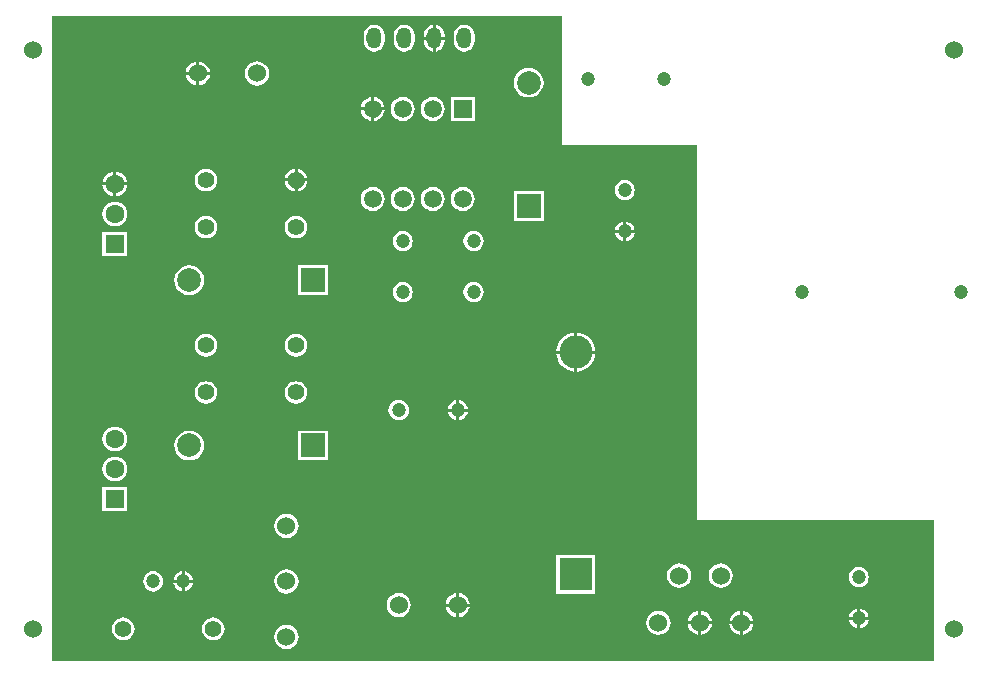
<source format=gbl>
%FSTAX23Y23*%
%MOIN*%
%SFA1B1*%

%IPPOS*%
%ADD14C,0.010000*%
%ADD33C,0.027000*%
%ADD34C,0.055000*%
%ADD35C,0.047240*%
%ADD36R,0.078740X0.078740*%
%ADD37C,0.078740*%
%ADD38C,0.110240*%
%ADD39R,0.110240X0.110240*%
%ADD40C,0.055120*%
%ADD41R,0.078740X0.078740*%
%ADD42C,0.059060*%
%ADD43R,0.059060X0.059060*%
%ADD44O,0.050000X0.070000*%
%ADD45C,0.060000*%
%ADD46C,0.062990*%
%ADD47R,0.062990X0.062990*%
%LNpcb1-1*%
%LPD*%
G36*
X02Y0175D02*
X0245D01*
Y005*
X0324*
Y0003*
X003*
Y0218*
X02*
Y0175*
G37*
%LNpcb1-2*%
%LPC*%
G36*
X01579Y0215D02*
Y02111D01*
X0161*
Y02116*
X01608Y02125*
X01605Y02133*
X01599Y02141*
X01592Y02146*
X01583Y0215*
X01579Y0215*
G37*
G36*
X01569D02*
X01565Y0215D01*
X01557Y02146*
X01549Y02141*
X01544Y02133*
X0154Y02125*
X01539Y02116*
Y02111*
X01569*
Y0215*
G37*
G36*
X0161Y02101D02*
X01579D01*
Y02061*
X01583Y02062*
X01592Y02065*
X01599Y02071*
X01605Y02078*
X01608Y02087*
X0161Y02096*
Y02101*
G37*
G36*
X01569D02*
X01539D01*
Y02096*
X0154Y02087*
X01544Y02078*
X01549Y02071*
X01557Y02065*
X01565Y02062*
X01569Y02061*
Y02101*
G37*
G36*
X01674Y02151D02*
X01665Y0215D01*
X01657Y02146*
X01649Y02141*
X01644Y02133*
X0164Y02125*
X01639Y02116*
Y02096*
X0164Y02087*
X01644Y02078*
X01649Y02071*
X01657Y02065*
X01665Y02062*
X01674Y02061*
X01683Y02062*
X01692Y02065*
X01699Y02071*
X01705Y02078*
X01708Y02087*
X0171Y02096*
Y02116*
X01708Y02125*
X01705Y02133*
X01699Y02141*
X01692Y02146*
X01683Y0215*
X01674Y02151*
G37*
G36*
X01474D02*
X01465Y0215D01*
X01457Y02146*
X01449Y02141*
X01444Y02133*
X0144Y02125*
X01439Y02116*
Y02096*
X0144Y02087*
X01444Y02078*
X01449Y02071*
X01457Y02065*
X01465Y02062*
X01474Y02061*
X01483Y02062*
X01492Y02065*
X01499Y02071*
X01505Y02078*
X01508Y02087*
X0151Y02096*
Y02116*
X01508Y02125*
X01505Y02133*
X01499Y02141*
X01492Y02146*
X01483Y0215*
X01474Y02151*
G37*
G36*
X01374D02*
X01365Y0215D01*
X01357Y02146*
X01349Y02141*
X01344Y02133*
X0134Y02125*
X01339Y02116*
Y02096*
X0134Y02087*
X01344Y02078*
X01349Y02071*
X01357Y02065*
X01365Y02062*
X01374Y02061*
X01383Y02062*
X01392Y02065*
X01399Y02071*
X01405Y02078*
X01408Y02087*
X0141Y02096*
Y02116*
X01408Y02125*
X01405Y02133*
X01399Y02141*
X01392Y02146*
X01383Y0215*
X01374Y02151*
G37*
G36*
X00792Y02027D02*
Y01993D01*
X00827*
X00826Y01998*
X00822Y02008*
X00815Y02016*
X00807Y02023*
X00797Y02027*
X00792Y02027*
G37*
G36*
X00782D02*
X00776Y02027D01*
X00767Y02023*
X00758Y02016*
X00752Y02008*
X00748Y01998*
X00747Y01993*
X00782*
Y02027*
G37*
G36*
X00827Y01983D02*
X00792D01*
Y01948*
X00797Y01949*
X00807Y01953*
X00815Y01959*
X00822Y01968*
X00826Y01977*
X00827Y01983*
G37*
G36*
X00782D02*
X00747D01*
X00748Y01977*
X00752Y01968*
X00758Y01959*
X00767Y01953*
X00776Y01949*
X00782Y01948*
Y01983*
G37*
G36*
X00984Y02028D02*
X00973Y02027D01*
X00964Y02023*
X00955Y02016*
X00949Y02008*
X00945Y01998*
X00943Y01988*
X00945Y01977*
X00949Y01968*
X00955Y01959*
X00964Y01953*
X00973Y01949*
X00984Y01947*
X00994Y01949*
X01004Y01953*
X01012Y01959*
X01019Y01968*
X01023Y01977*
X01024Y01988*
X01023Y01998*
X01019Y02008*
X01012Y02016*
X01004Y02023*
X00994Y02027*
X00984Y02028*
G37*
G36*
X01889Y02007D02*
X01876Y02005D01*
X01864Y02001*
X01854Y01993*
X01846Y01982*
X01841Y0197*
X01839Y01957*
X01841Y01944*
X01846Y01932*
X01854Y01922*
X01864Y01914*
X01876Y01909*
X01889Y01908*
X01902Y01909*
X01914Y01914*
X01924Y01922*
X01932Y01932*
X01937Y01944*
X01939Y01957*
X01937Y0197*
X01932Y01982*
X01924Y01993*
X01914Y02001*
X01902Y02005*
X01889Y02007*
G37*
G36*
X01375Y01909D02*
Y01875D01*
X01409*
X01408Y0188*
X01404Y01889*
X01398Y01898*
X01389Y01904*
X0138Y01908*
X01375Y01909*
G37*
G36*
X01365D02*
X01359Y01908D01*
X0135Y01904*
X01341Y01898*
X01335Y01889*
X01331Y0188*
X0133Y01875*
X01365*
Y01909*
G37*
G36*
X01409Y01865D02*
X01375D01*
Y0183*
X0138Y01831*
X01389Y01835*
X01398Y01841*
X01404Y0185*
X01408Y01859*
X01409Y01865*
G37*
G36*
X01365D02*
X0133D01*
X01331Y01859*
X01335Y0185*
X01341Y01841*
X0135Y01835*
X01359Y01831*
X01365Y0183*
Y01865*
G37*
G36*
X01709Y01909D02*
X0163D01*
Y0183*
X01709*
Y01909*
G37*
G36*
X0157Y01909D02*
X01559Y01908D01*
X0155Y01904*
X01541Y01898*
X01535Y01889*
X01531Y0188*
X0153Y0187*
X01531Y01859*
X01535Y0185*
X01541Y01841*
X0155Y01835*
X01559Y01831*
X0157Y0183*
X0158Y01831*
X01589Y01835*
X01598Y01841*
X01604Y0185*
X01608Y01859*
X01609Y0187*
X01608Y0188*
X01604Y01889*
X01598Y01898*
X01589Y01904*
X0158Y01908*
X0157Y01909*
G37*
G36*
X0147D02*
X01459Y01908D01*
X0145Y01904*
X01441Y01898*
X01435Y01889*
X01431Y0188*
X0143Y0187*
X01431Y01859*
X01435Y0185*
X01441Y01841*
X0145Y01835*
X01459Y01831*
X0147Y0183*
X0148Y01831*
X01489Y01835*
X01498Y01841*
X01504Y0185*
X01508Y01859*
X01509Y0187*
X01508Y0188*
X01504Y01889*
X01498Y01898*
X01489Y01904*
X0148Y01908*
X0147Y01909*
G37*
G36*
X01119Y01671D02*
Y01638D01*
X01151*
X01151Y01643*
X01147Y01652*
X01141Y0166*
X01133Y01666*
X01124Y0167*
X01119Y01671*
G37*
G36*
X01109D02*
X01104Y0167D01*
X01095Y01666*
X01087Y0166*
X01081Y01652*
X01077Y01643*
X01077Y01638*
X01109*
Y01671*
G37*
G36*
X00515Y01661D02*
Y01625D01*
X00551*
X0055Y0163*
X00546Y0164*
X00539Y01649*
X0053Y01656*
X0052Y0166*
X00515Y01661*
G37*
G36*
X00505D02*
X00499Y0166D01*
X00489Y01656*
X0048Y01649*
X00473Y0164*
X00469Y0163*
X00468Y01625*
X00505*
Y01661*
G37*
G36*
X01151Y01628D02*
X01119D01*
Y01596*
X01124Y01597*
X01133Y01601*
X01141Y01607*
X01147Y01614*
X01151Y01624*
X01151Y01628*
G37*
G36*
X01109D02*
X01077D01*
X01077Y01624*
X01081Y01614*
X01087Y01607*
X01095Y01601*
X01104Y01597*
X01109Y01596*
Y01628*
G37*
G36*
X00814Y01671D02*
X00804Y0167D01*
X00795Y01666*
X00787Y0166*
X00781Y01652*
X00777Y01643*
X00776Y01633*
X00777Y01624*
X00781Y01614*
X00787Y01607*
X00795Y01601*
X00804Y01597*
X00814Y01595*
X00824Y01597*
X00833Y01601*
X00841Y01607*
X00847Y01614*
X00851Y01624*
X00852Y01633*
X00851Y01643*
X00847Y01652*
X00841Y0166*
X00833Y01666*
X00824Y0167*
X00814Y01671*
G37*
G36*
X00551Y01615D02*
X00515D01*
Y01578*
X0052Y01579*
X0053Y01583*
X00539Y0159*
X00546Y01599*
X0055Y01609*
X00551Y01615*
G37*
G36*
X00505D02*
X00468D01*
X00469Y01609*
X00473Y01599*
X0048Y0159*
X00489Y01583*
X00499Y01579*
X00505Y01578*
Y01615*
G37*
G36*
X0221Y01633D02*
X02201Y01632D01*
X02193Y01629*
X02186Y01623*
X0218Y01616*
X02177Y01608*
X02176Y016*
X02177Y01591*
X0218Y01583*
X02186Y01576*
X02193Y0157*
X02201Y01567*
X0221Y01566*
X02218Y01567*
X02226Y0157*
X02233Y01576*
X02239Y01583*
X02242Y01591*
X02243Y016*
X02242Y01608*
X02239Y01616*
X02233Y01623*
X02226Y01629*
X02218Y01632*
X0221Y01633*
G37*
G36*
X0167Y01609D02*
X01659Y01608D01*
X0165Y01604*
X01641Y01598*
X01635Y01589*
X01631Y0158*
X0163Y0157*
X01631Y01559*
X01635Y0155*
X01641Y01541*
X0165Y01535*
X01659Y01531*
X0167Y0153*
X0168Y01531*
X01689Y01535*
X01698Y01541*
X01704Y0155*
X01708Y01559*
X01709Y0157*
X01708Y0158*
X01704Y01589*
X01698Y01598*
X01689Y01604*
X0168Y01608*
X0167Y01609*
G37*
G36*
X0157D02*
X01559Y01608D01*
X0155Y01604*
X01541Y01598*
X01535Y01589*
X01531Y0158*
X0153Y0157*
X01531Y01559*
X01535Y0155*
X01541Y01541*
X0155Y01535*
X01559Y01531*
X0157Y0153*
X0158Y01531*
X01589Y01535*
X01598Y01541*
X01604Y0155*
X01608Y01559*
X01609Y0157*
X01608Y0158*
X01604Y01589*
X01598Y01598*
X01589Y01604*
X0158Y01608*
X0157Y01609*
G37*
G36*
X0147D02*
X01459Y01608D01*
X0145Y01604*
X01441Y01598*
X01435Y01589*
X01431Y0158*
X0143Y0157*
X01431Y01559*
X01435Y0155*
X01441Y01541*
X0145Y01535*
X01459Y01531*
X0147Y0153*
X0148Y01531*
X01489Y01535*
X01498Y01541*
X01504Y0155*
X01508Y01559*
X01509Y0157*
X01508Y0158*
X01504Y01589*
X01498Y01598*
X01489Y01604*
X0148Y01608*
X0147Y01609*
G37*
G36*
X0137D02*
X01359Y01608D01*
X0135Y01604*
X01341Y01598*
X01335Y01589*
X01331Y0158*
X0133Y0157*
X01331Y01559*
X01335Y0155*
X01341Y01541*
X0135Y01535*
X01359Y01531*
X0137Y0153*
X0138Y01531*
X01389Y01535*
X01398Y01541*
X01404Y0155*
X01408Y01559*
X01409Y0157*
X01408Y0158*
X01404Y01589*
X01398Y01598*
X01389Y01604*
X0138Y01608*
X0137Y01609*
G37*
G36*
X01939Y01595D02*
X0184D01*
Y01496*
X01939*
Y01595*
G37*
G36*
X0051Y01561D02*
X00499Y0156D01*
X00489Y01556*
X0048Y01549*
X00473Y0154*
X00469Y0153*
X00468Y0152*
X00469Y01509*
X00473Y01499*
X0048Y0149*
X00489Y01483*
X00499Y01479*
X0051Y01478*
X0052Y01479*
X0053Y01483*
X00539Y0149*
X00546Y01499*
X0055Y01509*
X00551Y0152*
X0055Y0153*
X00546Y0154*
X00539Y01549*
X0053Y01556*
X0052Y0156*
X0051Y01561*
G37*
G36*
X02215Y01495D02*
Y01467D01*
X02243*
X02242Y0147*
X02239Y01479*
X02233Y01486*
X02226Y01491*
X02218Y01494*
X02215Y01495*
G37*
G36*
X02205D02*
X02201Y01494D01*
X02193Y01491*
X02186Y01486*
X0218Y01479*
X02177Y0147*
X02176Y01467*
X02205*
Y01495*
G37*
G36*
X01114Y01514D02*
X01104Y01512D01*
X01095Y01509*
X01087Y01503*
X01081Y01495*
X01077Y01486*
X01076Y01476*
X01077Y01466*
X01081Y01457*
X01087Y01449*
X01095Y01443*
X01104Y01439*
X01114Y01438*
X01124Y01439*
X01133Y01443*
X01141Y01449*
X01147Y01457*
X01151Y01466*
X01152Y01476*
X01151Y01486*
X01147Y01495*
X01141Y01503*
X01133Y01509*
X01124Y01512*
X01114Y01514*
G37*
G36*
X00814D02*
X00804Y01512D01*
X00795Y01509*
X00787Y01503*
X00781Y01495*
X00777Y01486*
X00776Y01476*
X00777Y01466*
X00781Y01457*
X00787Y01449*
X00795Y01443*
X00804Y01439*
X00814Y01438*
X00824Y01439*
X00833Y01443*
X00841Y01449*
X00847Y01457*
X00851Y01466*
X00852Y01476*
X00851Y01486*
X00847Y01495*
X00841Y01503*
X00833Y01509*
X00824Y01512*
X00814Y01514*
G37*
G36*
X02243Y01457D02*
X02215D01*
Y01428*
X02218Y01429*
X02226Y01432*
X02233Y01438*
X02239Y01445*
X02242Y01453*
X02243Y01457*
G37*
G36*
X02205D02*
X02176D01*
X02177Y01453*
X0218Y01445*
X02186Y01438*
X02193Y01432*
X02201Y01429*
X02205Y01428*
Y01457*
G37*
G36*
X01706Y01463D02*
X01697Y01462D01*
X01689Y01459*
X01682Y01453*
X01676Y01446*
X01673Y01438*
X01672Y0143*
X01673Y01421*
X01676Y01413*
X01682Y01406*
X01689Y014*
X01697Y01397*
X01706Y01396*
X01715Y01397*
X01723Y014*
X0173Y01406*
X01735Y01413*
X01738Y01421*
X0174Y0143*
X01738Y01438*
X01735Y01446*
X0173Y01453*
X01723Y01459*
X01715Y01462*
X01706Y01463*
G37*
G36*
X0147D02*
X01461Y01462D01*
X01453Y01459*
X01446Y01453*
X0144Y01446*
X01437Y01438*
X01436Y0143*
X01437Y01421*
X0144Y01413*
X01446Y01406*
X01453Y014*
X01461Y01397*
X0147Y01396*
X01478Y01397*
X01486Y014*
X01493Y01406*
X01499Y01413*
X01502Y01421*
X01503Y0143*
X01502Y01438*
X01499Y01446*
X01493Y01453*
X01486Y01459*
X01478Y01462*
X0147Y01463*
G37*
G36*
X00551Y01461D02*
X00468D01*
Y01378*
X00551*
Y01461*
G37*
G36*
X01219Y01348D02*
X01121D01*
Y01249*
X01219*
Y01348*
G37*
G36*
X00758Y01349D02*
X00745Y01347D01*
X00733Y01342*
X00723Y01334*
X00715Y01324*
X0071Y01312*
X00708Y01299*
X0071Y01286*
X00715Y01274*
X00723Y01264*
X00733Y01256*
X00745Y01251*
X00758Y01249*
X00771Y01251*
X00783Y01256*
X00793Y01264*
X00801Y01274*
X00806Y01286*
X00808Y01299*
X00806Y01312*
X00801Y01324*
X00793Y01334*
X00783Y01342*
X00771Y01347*
X00758Y01349*
G37*
G36*
X01706Y01293D02*
X01697Y01292D01*
X01689Y01289*
X01682Y01283*
X01676Y01276*
X01673Y01268*
X01672Y0126*
X01673Y01251*
X01676Y01243*
X01682Y01236*
X01689Y0123*
X01697Y01227*
X01706Y01226*
X01715Y01227*
X01723Y0123*
X0173Y01236*
X01735Y01243*
X01738Y01251*
X0174Y0126*
X01738Y01268*
X01735Y01276*
X0173Y01283*
X01723Y01289*
X01715Y01292*
X01706Y01293*
G37*
G36*
X0147D02*
X01461Y01292D01*
X01453Y01289*
X01446Y01283*
X0144Y01276*
X01437Y01268*
X01436Y0126*
X01437Y01251*
X0144Y01243*
X01446Y01236*
X01453Y0123*
X01461Y01227*
X0147Y01226*
X01478Y01227*
X01486Y0123*
X01493Y01236*
X01499Y01243*
X01502Y01251*
X01503Y0126*
X01502Y01268*
X01499Y01276*
X01493Y01283*
X01486Y01289*
X01478Y01292*
X0147Y01293*
G37*
G36*
X02052Y01124D02*
Y01064D01*
X02112*
X02111Y01072*
X02107Y01084*
X02101Y01096*
X02093Y01106*
X02083Y01114*
X02072Y0112*
X0206Y01124*
X02052Y01124*
G37*
G36*
X02042D02*
X02034Y01124D01*
X02022Y0112*
X0201Y01114*
X02Y01106*
X01992Y01096*
X01986Y01084*
X01983Y01072*
X01982Y01064*
X02042*
Y01124*
G37*
G36*
X01114Y0112D02*
X01104Y01119D01*
X01095Y01115*
X01087Y01109*
X01081Y01101*
X01077Y01092*
X01076Y01082*
X01077Y01072*
X01081Y01063*
X01087Y01055*
X01095Y01049*
X01104Y01046*
X01114Y01044*
X01124Y01046*
X01133Y01049*
X01141Y01055*
X01147Y01063*
X01151Y01072*
X01152Y01082*
X01151Y01092*
X01147Y01101*
X01141Y01109*
X01133Y01115*
X01124Y01119*
X01114Y0112*
G37*
G36*
X00814D02*
X00804Y01119D01*
X00795Y01115*
X00787Y01109*
X00781Y01101*
X00777Y01092*
X00776Y01082*
X00777Y01072*
X00781Y01063*
X00787Y01055*
X00795Y01049*
X00804Y01046*
X00814Y01044*
X00824Y01046*
X00833Y01049*
X00841Y01055*
X00847Y01063*
X00851Y01072*
X00852Y01082*
X00851Y01092*
X00847Y01101*
X00841Y01109*
X00833Y01115*
X00824Y01119*
X00814Y0112*
G37*
G36*
X02042Y01054D02*
X01982D01*
X01983Y01047*
X01986Y01034*
X01992Y01023*
X02Y01013*
X0201Y01005*
X02022Y00999*
X02034Y00995*
X02042Y00994*
Y01054*
G37*
G36*
X02112D02*
X02052D01*
Y00994*
X0206Y00995*
X02072Y00999*
X02083Y01005*
X02093Y01013*
X02101Y01023*
X02107Y01034*
X02111Y01047*
X02112Y01054*
G37*
G36*
X01114Y00963D02*
X01104Y00961D01*
X01095Y00958*
X01087Y00951*
X01081Y00944*
X01077Y00935*
X01076Y00925*
X01077Y00915*
X01081Y00906*
X01087Y00898*
X01095Y00892*
X01104Y00888*
X01114Y00887*
X01124Y00888*
X01133Y00892*
X01141Y00898*
X01147Y00906*
X01151Y00915*
X01152Y00925*
X01151Y00935*
X01147Y00944*
X01141Y00951*
X01133Y00958*
X01124Y00961*
X01114Y00963*
G37*
G36*
X00814D02*
X00804Y00961D01*
X00795Y00958*
X00787Y00951*
X00781Y00944*
X00777Y00935*
X00776Y00925*
X00777Y00915*
X00781Y00906*
X00787Y00898*
X00795Y00892*
X00804Y00888*
X00814Y00887*
X00824Y00888*
X00833Y00892*
X00841Y00898*
X00847Y00906*
X00851Y00915*
X00852Y00925*
X00851Y00935*
X00847Y00944*
X00841Y00951*
X00833Y00958*
X00824Y00961*
X00814Y00963*
G37*
G36*
X01658Y00899D02*
Y00871D01*
X01686*
X01686Y00874*
X01682Y00883*
X01677Y0089*
X0167Y00895*
X01662Y00898*
X01658Y00899*
G37*
G36*
X01648D02*
X01644Y00898D01*
X01636Y00895*
X01629Y0089*
X01624Y00883*
X0162Y00874*
X0162Y00871*
X01648*
Y00899*
G37*
G36*
X01686Y00861D02*
X01658D01*
Y00832*
X01662Y00833*
X0167Y00836*
X01677Y00842*
X01682Y00849*
X01686Y00857*
X01686Y00861*
G37*
G36*
X01648D02*
X0162D01*
X0162Y00857*
X01624Y00849*
X01629Y00842*
X01636Y00836*
X01644Y00833*
X01648Y00832*
Y00861*
G37*
G36*
X01456Y009D02*
X01447Y00898D01*
X01439Y00895*
X01432Y0089*
X01427Y00883*
X01423Y00874*
X01422Y00866*
X01423Y00857*
X01427Y00849*
X01432Y00842*
X01439Y00836*
X01447Y00833*
X01456Y00832*
X01465Y00833*
X01473Y00836*
X0148Y00842*
X01486Y00849*
X01489Y00857*
X0149Y00866*
X01489Y00874*
X01486Y00883*
X0148Y0089*
X01473Y00895*
X01465Y00898*
X01456Y009*
G37*
G36*
X0051Y00811D02*
X00499Y0081D01*
X00489Y00806*
X0048Y00799*
X00473Y0079*
X00469Y0078*
X00468Y0077*
X00469Y00759*
X00473Y00749*
X0048Y0074*
X00489Y00733*
X00499Y00729*
X0051Y00728*
X0052Y00729*
X0053Y00733*
X00539Y0074*
X00546Y00749*
X0055Y00759*
X00551Y0077*
X0055Y0078*
X00546Y0079*
X00539Y00799*
X0053Y00806*
X0052Y0081*
X0051Y00811*
G37*
G36*
X01219Y00797D02*
X01121D01*
Y00698*
X01219*
Y00797*
G37*
G36*
X00758Y00797D02*
X00745Y00796D01*
X00733Y00791*
X00723Y00783*
X00715Y00772*
X0071Y0076*
X00708Y00748*
X0071Y00735*
X00715Y00723*
X00723Y00712*
X00733Y00704*
X00745Y00699*
X00758Y00698*
X00771Y00699*
X00783Y00704*
X00793Y00712*
X00801Y00723*
X00806Y00735*
X00808Y00748*
X00806Y0076*
X00801Y00772*
X00793Y00783*
X00783Y00791*
X00771Y00796*
X00758Y00797*
G37*
G36*
X0051Y00711D02*
X00499Y0071D01*
X00489Y00706*
X0048Y00699*
X00473Y0069*
X00469Y0068*
X00468Y0067*
X00469Y00659*
X00473Y00649*
X0048Y0064*
X00489Y00633*
X00499Y00629*
X0051Y00628*
X0052Y00629*
X0053Y00633*
X00539Y0064*
X00546Y00649*
X0055Y00659*
X00551Y0067*
X0055Y0068*
X00546Y0069*
X00539Y00699*
X0053Y00706*
X0052Y0071*
X0051Y00711*
G37*
G36*
X00551Y00611D02*
X00468D01*
Y00528*
X00551*
Y00611*
G37*
G36*
X01082Y0052D02*
X01072Y00519D01*
X01062Y00515*
X01054Y00508*
X01047Y005*
X01043Y0049*
X01042Y0048*
X01043Y00469*
X01047Y0046*
X01054Y00451*
X01062Y00445*
X01072Y00441*
X01082Y00439*
X01093Y00441*
X01102Y00445*
X01111Y00451*
X01117Y0046*
X01121Y00469*
X01123Y0048*
X01121Y0049*
X01117Y005*
X01111Y00508*
X01102Y00515*
X01093Y00519*
X01082Y0052*
G37*
G36*
X00743Y00328D02*
Y003D01*
X00772*
X00771Y00304*
X00768Y00312*
X00762Y00319*
X00755Y00324*
X00747Y00328*
X00743Y00328*
G37*
G36*
X00733D02*
X0073Y00328D01*
X00722Y00324*
X00715Y00319*
X00709Y00312*
X00706Y00304*
X00705Y003*
X00733*
Y00328*
G37*
G36*
X0299Y00343D02*
X02981Y00342D01*
X02973Y00339*
X02966Y00333*
X0296Y00326*
X02957Y00318*
X02956Y0031*
X02957Y00301*
X0296Y00293*
X02966Y00286*
X02973Y0028*
X02981Y00277*
X0299Y00276*
X02998Y00277*
X03006Y0028*
X03013Y00286*
X03019Y00293*
X03022Y00301*
X03023Y0031*
X03022Y00318*
X03019Y00326*
X03013Y00333*
X03006Y00339*
X02998Y00342*
X0299Y00343*
G37*
G36*
X02529Y00355D02*
X02519Y00353D01*
X02509Y00349*
X02501Y00343*
X02494Y00335*
X0249Y00325*
X02489Y00314*
X0249Y00304*
X02494Y00294*
X02501Y00286*
X02509Y0028*
X02519Y00275*
X02529Y00274*
X02539Y00275*
X02549Y0028*
X02558Y00286*
X02564Y00294*
X02568Y00304*
X02569Y00314*
X02568Y00325*
X02564Y00335*
X02558Y00343*
X02549Y00349*
X02539Y00353*
X02529Y00355*
G37*
G36*
X02391D02*
X02381Y00353D01*
X02371Y00349*
X02363Y00343*
X02356Y00335*
X02352Y00325*
X02351Y00314*
X02352Y00304*
X02356Y00294*
X02363Y00286*
X02371Y0028*
X02381Y00275*
X02391Y00274*
X02402Y00275*
X02411Y0028*
X0242Y00286*
X02426Y00294*
X0243Y00304*
X02432Y00314*
X0243Y00325*
X02426Y00335*
X0242Y00343*
X02411Y00349*
X02402Y00353*
X02391Y00355*
G37*
G36*
X00772Y0029D02*
X00743D01*
Y00262*
X00747Y00262*
X00755Y00265*
X00762Y00271*
X00768Y00278*
X00771Y00286*
X00772Y0029*
G37*
G36*
X00733D02*
X00705D01*
X00706Y00286*
X00709Y00278*
X00715Y00271*
X00722Y00265*
X0073Y00262*
X00733Y00262*
Y0029*
G37*
G36*
X00638Y00329D02*
X0063Y00328D01*
X00622Y00324*
X00615Y00319*
X00609Y00312*
X00606Y00304*
X00605Y00295*
X00606Y00286*
X00609Y00278*
X00615Y00271*
X00622Y00265*
X0063Y00262*
X00638Y00261*
X00647Y00262*
X00655Y00265*
X00662Y00271*
X00668Y00278*
X00671Y00286*
X00672Y00295*
X00671Y00304*
X00668Y00312*
X00662Y00319*
X00655Y00324*
X00647Y00328*
X00638Y00329*
G37*
G36*
X01082Y00335D02*
X01072Y00334D01*
X01062Y0033*
X01054Y00323*
X01047Y00315*
X01043Y00305*
X01042Y00295*
X01043Y00284*
X01047Y00275*
X01054Y00266*
X01062Y0026*
X01072Y00256*
X01082Y00254*
X01093Y00256*
X01102Y0026*
X01111Y00266*
X01117Y00275*
X01121Y00284*
X01123Y00295*
X01121Y00305*
X01117Y00315*
X01111Y00323*
X01102Y0033*
X01093Y00334*
X01082Y00335*
G37*
G36*
X02112Y00383D02*
X01982D01*
Y00252*
X02112*
Y00383*
G37*
G36*
X01658Y00256D02*
Y00221D01*
X01693*
X01692Y00226*
X01688Y00236*
X01682Y00245*
X01673Y00251*
X01663Y00255*
X01658Y00256*
G37*
G36*
X01648D02*
X01643Y00255D01*
X01633Y00251*
X01625Y00245*
X01618Y00236*
X01614Y00226*
X01613Y00221*
X01648*
Y00256*
G37*
G36*
X02995Y00205D02*
Y00177D01*
X03023*
X03022Y0018*
X03019Y00189*
X03013Y00196*
X03006Y00201*
X02998Y00204*
X02995Y00205*
G37*
G36*
X02985D02*
X02981Y00204D01*
X02973Y00201*
X02966Y00196*
X0296Y00189*
X02957Y0018*
X02956Y00177*
X02985*
Y00205*
G37*
G36*
X01693Y00211D02*
X01658D01*
Y00176*
X01663Y00177*
X01673Y00181*
X01682Y00188*
X01688Y00196*
X01692Y00206*
X01693Y00211*
G37*
G36*
X01648D02*
X01613D01*
X01614Y00206*
X01618Y00196*
X01625Y00188*
X01633Y00181*
X01643Y00177*
X01648Y00176*
Y00211*
G37*
G36*
X01456Y00256D02*
X01446Y00255D01*
X01436Y00251*
X01428Y00245*
X01421Y00236*
X01417Y00226*
X01416Y00216*
X01417Y00206*
X01421Y00196*
X01428Y00188*
X01436Y00181*
X01446Y00177*
X01456Y00176*
X01467Y00177*
X01476Y00181*
X01485Y00188*
X01491Y00196*
X01495Y00206*
X01497Y00216*
X01495Y00226*
X01491Y00236*
X01485Y00245*
X01476Y00251*
X01467Y00255*
X01456Y00256*
G37*
G36*
X02603Y00197D02*
Y00162D01*
X02638*
X02637Y00167*
X02633Y00177*
X02626Y00186*
X02618Y00192*
X02608Y00196*
X02603Y00197*
G37*
G36*
X02593D02*
X02587Y00196D01*
X02578Y00192*
X02569Y00186*
X02563Y00177*
X02559Y00167*
X02558Y00162*
X02593*
Y00197*
G37*
G36*
X02465D02*
Y00162D01*
X025*
X02499Y00167*
X02495Y00177*
X02489Y00186*
X0248Y00192*
X02471Y00196*
X02465Y00197*
G37*
G36*
X02455D02*
X0245Y00196D01*
X0244Y00192*
X02432Y00186*
X02425Y00177*
X02421Y00167*
X0242Y00162*
X02455*
Y00197*
G37*
G36*
X03023Y00167D02*
X02995D01*
Y00138*
X02998Y00139*
X03006Y00142*
X03013Y00148*
X03019Y00155*
X03022Y00163*
X03023Y00167*
G37*
G36*
X02985D02*
X02956D01*
X02957Y00163*
X0296Y00155*
X02966Y00148*
X02973Y00142*
X02981Y00139*
X02985Y00138*
Y00167*
G37*
G36*
X02638Y00152D02*
X02603D01*
Y00117*
X02608Y00118*
X02618Y00122*
X02626Y00128*
X02633Y00137*
X02637Y00147*
X02638Y00152*
G37*
G36*
X02593D02*
X02558D01*
X02559Y00147*
X02563Y00137*
X02569Y00128*
X02578Y00122*
X02587Y00118*
X02593Y00117*
Y00152*
G37*
G36*
X025D02*
X02465D01*
Y00117*
X02471Y00118*
X0248Y00122*
X02489Y00128*
X02495Y00137*
X02499Y00147*
X025Y00152*
G37*
G36*
X02455D02*
X0242D01*
X02421Y00147*
X02425Y00137*
X02432Y00128*
X0244Y00122*
X0245Y00118*
X02455Y00117*
Y00152*
G37*
G36*
X02322Y00197D02*
X02312Y00196D01*
X02302Y00192*
X02294Y00186*
X02287Y00177*
X02283Y00167*
X02282Y00157*
X02283Y00147*
X02287Y00137*
X02294Y00128*
X02302Y00122*
X02312Y00118*
X02322Y00117*
X02333Y00118*
X02343Y00122*
X02351Y00128*
X02357Y00137*
X02361Y00147*
X02363Y00157*
X02361Y00167*
X02357Y00177*
X02351Y00186*
X02343Y00192*
X02333Y00196*
X02322Y00197*
G37*
G36*
X00838Y00175D02*
X00829Y00174D01*
X0082Y0017*
X00812Y00164*
X00806Y00156*
X00802Y00147*
X00801Y00137*
X00802Y00127*
X00806Y00118*
X00812Y00111*
X0082Y00104*
X00829Y00101*
X00838Y00099*
X00848Y00101*
X00857Y00104*
X00865Y00111*
X00871Y00118*
X00875Y00127*
X00876Y00137*
X00875Y00147*
X00871Y00156*
X00865Y00164*
X00857Y0017*
X00848Y00174*
X00838Y00175*
G37*
G36*
X00538D02*
X00529Y00174D01*
X0052Y0017*
X00512Y00164*
X00506Y00156*
X00502Y00147*
X00501Y00137*
X00502Y00127*
X00506Y00118*
X00512Y00111*
X0052Y00104*
X00529Y00101*
X00538Y00099*
X00548Y00101*
X00557Y00104*
X00565Y00111*
X00571Y00118*
X00575Y00127*
X00576Y00137*
X00575Y00147*
X00571Y00156*
X00565Y00164*
X00557Y0017*
X00548Y00174*
X00538Y00175*
G37*
G36*
X01082Y0015D02*
X01072Y00149D01*
X01062Y00145*
X01054Y00138*
X01047Y0013*
X01043Y0012*
X01042Y0011*
X01043Y00099*
X01047Y0009*
X01054Y00081*
X01062Y00075*
X01072Y00071*
X01082Y00069*
X01093Y00071*
X01102Y00075*
X01111Y00081*
X01117Y0009*
X01121Y00099*
X01123Y0011*
X01121Y0012*
X01117Y0013*
X01111Y00138*
X01102Y00145*
X01093Y00149*
X01082Y0015*
G37*
%LNpcb1-3*%
%LPD*%
G54D14*
X01643Y00226D02*
X01653Y00216D01*
X0298Y0031D02*
X0299D01*
X02979D02*
X0298D01*
X02047Y00318D02*
X0205Y00314D01*
G54D33*
X01456Y00216D02*
X01461D01*
X02529Y00314D02*
X02538D01*
G54D34*
X0137Y01869D02*
Y0187D01*
X01114Y01633D02*
Y01633D01*
X01114Y01633D02*
X01114D01*
G54D35*
X0299Y0031D03*
Y00172D03*
X02086Y01968D03*
X02342D03*
X0221Y016D03*
Y01462D03*
X0147Y0126D03*
X01706D03*
X0147Y0143D03*
X01706D03*
X01456Y00866D03*
X01653D03*
X00638Y00295D03*
X00738D03*
X028Y0126D03*
X03331D03*
G54D36*
X01889Y01546D03*
G54D37*
X01889Y01957D03*
X00758Y01299D03*
Y00748D03*
G54D38*
X02047Y01059D03*
G54D39*
X02047Y00318D03*
G54D40*
X01114Y01082D03*
X00814D03*
X01114Y01476D03*
X00814D03*
X01114Y01633D03*
X00814D03*
X01114Y00925D03*
X00814D03*
X00538Y00137D03*
X00838D03*
G54D41*
X0117Y01299D03*
Y00748D03*
G54D42*
X0137Y0157D03*
X0147D03*
X0157D03*
X0167D03*
X0137Y0187D03*
X0147D03*
X0157D03*
G54D43*
X0167Y0187D03*
G54D44*
X01374Y02106D03*
X01674D03*
X01574D03*
X01474D03*
G54D45*
X00787Y01988D03*
X00984D03*
X01082Y0048D03*
Y00295D03*
Y0011D03*
X03307Y00137D03*
Y02066D03*
X00236D03*
Y00137D03*
X02322Y00157D03*
X02391Y00314D03*
X0246Y00157D03*
X02529Y00314D03*
X02598Y00157D03*
X01456Y00216D03*
X01653D03*
G54D46*
X0051Y0077D03*
Y0067D03*
Y0162D03*
Y0152D03*
G54D47*
X0051Y0057D03*
Y0142D03*
M02*
</source>
